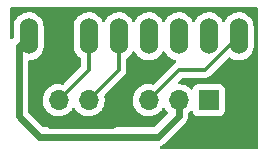
<source format=gbr>
%TF.GenerationSoftware,KiCad,Pcbnew,6.0.1-79c1e3a40b~116~ubuntu20.04.1*%
%TF.CreationDate,2022-02-02T00:48:05+05:30*%
%TF.ProjectId,mpu,6d70752e-6b69-4636-9164-5f7063625858,rev?*%
%TF.SameCoordinates,Original*%
%TF.FileFunction,Copper,L2,Bot*%
%TF.FilePolarity,Positive*%
%FSLAX46Y46*%
G04 Gerber Fmt 4.6, Leading zero omitted, Abs format (unit mm)*
G04 Created by KiCad (PCBNEW 6.0.1-79c1e3a40b~116~ubuntu20.04.1) date 2022-02-02 00:48:05*
%MOMM*%
%LPD*%
G01*
G04 APERTURE LIST*
%TA.AperFunction,ComponentPad*%
%ADD10O,1.524000X3.048000*%
%TD*%
%TA.AperFunction,ComponentPad*%
%ADD11R,1.700000X1.700000*%
%TD*%
%TA.AperFunction,ComponentPad*%
%ADD12O,1.700000X1.700000*%
%TD*%
%TA.AperFunction,Conductor*%
%ADD13C,0.300000*%
%TD*%
%TA.AperFunction,Conductor*%
%ADD14C,0.600000*%
%TD*%
G04 APERTURE END LIST*
D10*
%TO.P,J2,1,Pin_1*%
%TO.N,Board_0-/3V3*%
X50220000Y-54251968D03*
%TO.P,J2,2,Pin_2*%
%TO.N,Board_0-/GND*%
X52760000Y-54251968D03*
%TO.P,J2,3,Pin_3*%
%TO.N,Board_0-/SCL*%
X55300000Y-54251968D03*
%TO.P,J2,4,Pin_4*%
%TO.N,Board_0-/SDA*%
X57840000Y-54251968D03*
%TO.P,J2,5,Pin_5*%
%TO.N,Board_0-unconnected-(J2-Pad5)*%
X60380000Y-54251968D03*
%TO.P,J2,6,Pin_6*%
%TO.N,Board_0-unconnected-(J2-Pad6)*%
X62920000Y-54251968D03*
%TO.P,J2,7,Pin_7*%
%TO.N,Board_0-unconnected-(J2-Pad7)*%
X65460000Y-54251968D03*
%TO.P,J2,8,Pin_8*%
%TO.N,Board_0-/INT*%
X68000000Y-54251968D03*
%TD*%
D11*
%TO.P,J1,1,Pin_1*%
%TO.N,Board_0-unconnected-(J1-Pad1)*%
X65460000Y-59660000D03*
D12*
%TO.P,J1,2,Pin_2*%
%TO.N,Board_0-/3V3*%
X62920000Y-59660000D03*
%TO.P,J1,3,Pin_3*%
%TO.N,Board_0-/INT*%
X60380000Y-59660000D03*
%TO.P,J1,4,Pin_4*%
%TO.N,Board_0-/GND*%
X57840000Y-59660000D03*
%TO.P,J1,5,Pin_5*%
%TO.N,Board_0-/SDA*%
X55300000Y-59660000D03*
%TO.P,J1,6,Pin_6*%
%TO.N,Board_0-/SCL*%
X52760000Y-59660000D03*
%TD*%
D13*
%TO.N,Board_0-/SDA*%
X57840000Y-57120000D02*
X55300000Y-59660000D01*
X57840000Y-54251968D02*
X57840000Y-57120000D01*
%TO.N,Board_0-/SCL*%
X55300000Y-54251968D02*
X55300000Y-57120000D01*
X55300000Y-57120000D02*
X52760000Y-59660000D01*
%TO.N,Board_0-/INT*%
X65160000Y-57091968D02*
X62948032Y-57091968D01*
X68000000Y-54251968D02*
X65160000Y-57091968D01*
X62948032Y-57091968D02*
X60380000Y-59660000D01*
D14*
%TO.N,Board_0-/GND*%
X50760000Y-57731968D02*
X50760000Y-60491968D01*
X57840000Y-61231968D02*
X57840000Y-59660000D01*
X50760000Y-60491968D02*
X52030000Y-61761968D01*
X52760000Y-55731968D02*
X50760000Y-57731968D01*
X57310000Y-61761968D02*
X57840000Y-61231968D01*
X52030000Y-61761968D02*
X57310000Y-61761968D01*
X52760000Y-54251968D02*
X52760000Y-55731968D01*
%TO.N,Board_0-/3V3*%
X49380000Y-61011968D02*
X51130000Y-62761968D01*
X61140000Y-62761968D02*
X62920000Y-60981968D01*
X50220000Y-54251968D02*
X49380000Y-55091968D01*
X51130000Y-62761968D02*
X61140000Y-62761968D01*
X62920000Y-60981968D02*
X62920000Y-59660000D01*
X49380000Y-55091968D02*
X49380000Y-61011968D01*
%TD*%
%TA.AperFunction,Conductor*%
%TO.N,Board_0-/GND*%
G36*
X59128948Y-51778983D02*
G01*
X69488139Y-51778995D01*
X69556260Y-51798997D01*
X69602753Y-51852653D01*
X69614139Y-51904915D01*
X69621525Y-63532774D01*
X69621597Y-63646889D01*
X69601638Y-63715022D01*
X69548012Y-63761549D01*
X69495597Y-63772969D01*
X61453430Y-63772969D01*
X61385309Y-63752967D01*
X61338816Y-63699311D01*
X61328712Y-63629037D01*
X61358206Y-63564457D01*
X61400178Y-63532776D01*
X61438813Y-63514760D01*
X61450589Y-63509978D01*
X61491552Y-63495713D01*
X61497527Y-63491979D01*
X61497530Y-63491978D01*
X61519995Y-63477941D01*
X61533512Y-63470602D01*
X61557514Y-63459409D01*
X61557515Y-63459408D01*
X61563902Y-63456430D01*
X61598153Y-63429862D01*
X61608612Y-63422566D01*
X61639404Y-63403326D01*
X61639407Y-63403324D01*
X61645376Y-63399594D01*
X61674179Y-63370992D01*
X61674804Y-63370407D01*
X61675470Y-63369890D01*
X61701460Y-63343900D01*
X61774082Y-63271783D01*
X61774740Y-63270746D01*
X61775843Y-63269517D01*
X63485158Y-61560202D01*
X63486095Y-61559274D01*
X63545475Y-61501125D01*
X63545476Y-61501124D01*
X63550507Y-61496197D01*
X63573998Y-61459747D01*
X63581417Y-61449422D01*
X63608476Y-61415525D01*
X63623073Y-61385330D01*
X63630602Y-61371913D01*
X63644948Y-61349652D01*
X63648765Y-61343730D01*
X63651173Y-61337113D01*
X63651176Y-61337108D01*
X63663592Y-61302995D01*
X63668553Y-61291252D01*
X63684354Y-61258565D01*
X63684356Y-61258560D01*
X63687421Y-61252219D01*
X63694965Y-61219540D01*
X63699332Y-61204799D01*
X63710803Y-61173283D01*
X63711686Y-61166293D01*
X63711688Y-61166285D01*
X63716238Y-61130267D01*
X63718474Y-61117715D01*
X63726638Y-61082354D01*
X63726638Y-61082351D01*
X63728224Y-61075483D01*
X63728366Y-61034912D01*
X63728395Y-61034030D01*
X63728500Y-61033199D01*
X63728500Y-60996396D01*
X63728644Y-60955229D01*
X63728845Y-60897625D01*
X63728845Y-60897620D01*
X63728857Y-60894098D01*
X63728589Y-60892898D01*
X63728500Y-60891261D01*
X63728500Y-60816968D01*
X63748502Y-60748847D01*
X63781331Y-60714390D01*
X63795654Y-60704174D01*
X63795661Y-60704168D01*
X63799860Y-60701173D01*
X63908091Y-60593319D01*
X63970462Y-60559404D01*
X64041268Y-60564592D01*
X64098030Y-60607238D01*
X64115012Y-60638341D01*
X64129533Y-60677076D01*
X64159385Y-60756705D01*
X64246739Y-60873261D01*
X64363295Y-60960615D01*
X64499684Y-61011745D01*
X64561866Y-61018500D01*
X66358134Y-61018500D01*
X66420316Y-61011745D01*
X66556705Y-60960615D01*
X66673261Y-60873261D01*
X66760615Y-60756705D01*
X66811745Y-60620316D01*
X66818500Y-60558134D01*
X66818500Y-58761866D01*
X66811745Y-58699684D01*
X66760615Y-58563295D01*
X66673261Y-58446739D01*
X66556705Y-58359385D01*
X66420316Y-58308255D01*
X66358134Y-58301500D01*
X64561866Y-58301500D01*
X64499684Y-58308255D01*
X64363295Y-58359385D01*
X64246739Y-58446739D01*
X64159385Y-58563295D01*
X64156233Y-58571703D01*
X64114919Y-58681907D01*
X64072277Y-58738671D01*
X64005716Y-58763371D01*
X63936367Y-58748163D01*
X63903743Y-58722476D01*
X63853151Y-58666875D01*
X63853142Y-58666866D01*
X63849670Y-58663051D01*
X63845619Y-58659852D01*
X63845615Y-58659848D01*
X63678414Y-58527800D01*
X63678410Y-58527798D01*
X63674359Y-58524598D01*
X63478789Y-58416638D01*
X63473920Y-58414914D01*
X63473916Y-58414912D01*
X63273087Y-58343795D01*
X63273083Y-58343794D01*
X63268212Y-58342069D01*
X63263119Y-58341162D01*
X63263116Y-58341161D01*
X63053373Y-58303800D01*
X63053367Y-58303799D01*
X63048284Y-58302894D01*
X63026183Y-58302624D01*
X62971940Y-58301961D01*
X62904069Y-58281128D01*
X62858235Y-58226908D01*
X62848991Y-58156516D01*
X62879271Y-58092300D01*
X62884385Y-58086875D01*
X63183887Y-57787373D01*
X63246199Y-57753347D01*
X63272982Y-57750468D01*
X65077944Y-57750468D01*
X65089800Y-57751027D01*
X65089803Y-57751027D01*
X65097537Y-57752756D01*
X65168369Y-57750530D01*
X65172327Y-57750468D01*
X65201432Y-57750468D01*
X65205832Y-57749912D01*
X65217664Y-57748980D01*
X65263831Y-57747530D01*
X65284421Y-57741548D01*
X65303782Y-57737538D01*
X65310770Y-57736656D01*
X65317204Y-57735843D01*
X65317205Y-57735843D01*
X65325064Y-57734850D01*
X65332429Y-57731934D01*
X65332433Y-57731933D01*
X65368021Y-57717842D01*
X65379231Y-57714003D01*
X65423600Y-57701113D01*
X65442065Y-57690193D01*
X65459805Y-57681502D01*
X65479756Y-57673603D01*
X65517129Y-57646450D01*
X65527048Y-57639935D01*
X65559977Y-57620461D01*
X65559981Y-57620458D01*
X65566807Y-57616421D01*
X65581971Y-57601257D01*
X65597005Y-57588416D01*
X65607943Y-57580469D01*
X65614357Y-57575809D01*
X65643803Y-57540215D01*
X65651792Y-57531436D01*
X67112352Y-56070876D01*
X67174664Y-56036850D01*
X67245479Y-56041915D01*
X67271722Y-56055389D01*
X67367024Y-56119428D01*
X67385458Y-56131815D01*
X67390590Y-56134068D01*
X67390594Y-56134070D01*
X67471110Y-56169414D01*
X67593124Y-56222975D01*
X67598582Y-56224285D01*
X67598581Y-56224285D01*
X67808192Y-56274608D01*
X67808198Y-56274609D01*
X67813651Y-56275918D01*
X67926860Y-56282446D01*
X68034463Y-56288651D01*
X68034466Y-56288651D01*
X68040069Y-56288974D01*
X68265219Y-56261727D01*
X68270581Y-56260077D01*
X68270583Y-56260077D01*
X68398522Y-56220718D01*
X68481987Y-56195041D01*
X68582753Y-56143032D01*
X68678536Y-56093594D01*
X68678537Y-56093594D01*
X68683519Y-56091022D01*
X68863447Y-55952959D01*
X69016081Y-55785216D01*
X69092547Y-55663319D01*
X69133616Y-55597850D01*
X69133618Y-55597846D01*
X69136599Y-55593094D01*
X69221190Y-55382667D01*
X69267181Y-55160586D01*
X69270500Y-55103024D01*
X69270500Y-53432433D01*
X69255474Y-53264073D01*
X69195630Y-53045317D01*
X69181602Y-53015905D01*
X69100410Y-52845684D01*
X69100409Y-52845683D01*
X69097993Y-52840617D01*
X68965649Y-52656442D01*
X68890290Y-52583414D01*
X68806811Y-52502516D01*
X68806808Y-52502514D01*
X68802783Y-52498613D01*
X68675249Y-52412914D01*
X68619195Y-52375247D01*
X68619190Y-52375244D01*
X68614542Y-52372121D01*
X68609410Y-52369868D01*
X68609406Y-52369866D01*
X68466754Y-52307246D01*
X68406876Y-52280961D01*
X68373122Y-52272858D01*
X68191808Y-52229328D01*
X68191802Y-52229327D01*
X68186349Y-52228018D01*
X68073140Y-52221490D01*
X67965537Y-52215285D01*
X67965534Y-52215285D01*
X67959931Y-52214962D01*
X67734781Y-52242209D01*
X67729419Y-52243859D01*
X67729417Y-52243859D01*
X67645583Y-52269650D01*
X67518013Y-52308895D01*
X67513029Y-52311467D01*
X67513030Y-52311467D01*
X67399885Y-52369866D01*
X67316481Y-52412914D01*
X67136553Y-52550977D01*
X66983919Y-52718720D01*
X66980938Y-52723471D01*
X66980938Y-52723472D01*
X66904275Y-52845684D01*
X66863401Y-52910842D01*
X66861307Y-52916052D01*
X66846103Y-52953873D01*
X66802136Y-53009617D01*
X66735011Y-53032742D01*
X66666040Y-53015905D01*
X66615470Y-52961120D01*
X66560410Y-52845684D01*
X66560409Y-52845683D01*
X66557993Y-52840617D01*
X66425649Y-52656442D01*
X66350290Y-52583414D01*
X66266811Y-52502516D01*
X66266808Y-52502514D01*
X66262783Y-52498613D01*
X66135249Y-52412914D01*
X66079195Y-52375247D01*
X66079190Y-52375244D01*
X66074542Y-52372121D01*
X66069410Y-52369868D01*
X66069406Y-52369866D01*
X65926754Y-52307246D01*
X65866876Y-52280961D01*
X65833122Y-52272858D01*
X65651808Y-52229328D01*
X65651802Y-52229327D01*
X65646349Y-52228018D01*
X65533140Y-52221490D01*
X65425537Y-52215285D01*
X65425534Y-52215285D01*
X65419931Y-52214962D01*
X65194781Y-52242209D01*
X65189419Y-52243859D01*
X65189417Y-52243859D01*
X65105583Y-52269650D01*
X64978013Y-52308895D01*
X64973029Y-52311467D01*
X64973030Y-52311467D01*
X64859885Y-52369866D01*
X64776481Y-52412914D01*
X64596553Y-52550977D01*
X64443919Y-52718720D01*
X64440938Y-52723471D01*
X64440938Y-52723472D01*
X64364275Y-52845684D01*
X64323401Y-52910842D01*
X64321307Y-52916052D01*
X64306103Y-52953873D01*
X64262136Y-53009617D01*
X64195011Y-53032742D01*
X64126040Y-53015905D01*
X64075470Y-52961120D01*
X64020410Y-52845684D01*
X64020409Y-52845683D01*
X64017993Y-52840617D01*
X63885649Y-52656442D01*
X63810290Y-52583414D01*
X63726811Y-52502516D01*
X63726808Y-52502514D01*
X63722783Y-52498613D01*
X63595249Y-52412914D01*
X63539195Y-52375247D01*
X63539190Y-52375244D01*
X63534542Y-52372121D01*
X63529410Y-52369868D01*
X63529406Y-52369866D01*
X63386754Y-52307246D01*
X63326876Y-52280961D01*
X63293122Y-52272858D01*
X63111808Y-52229328D01*
X63111802Y-52229327D01*
X63106349Y-52228018D01*
X62993140Y-52221490D01*
X62885537Y-52215285D01*
X62885534Y-52215285D01*
X62879931Y-52214962D01*
X62654781Y-52242209D01*
X62649419Y-52243859D01*
X62649417Y-52243859D01*
X62565583Y-52269650D01*
X62438013Y-52308895D01*
X62433029Y-52311467D01*
X62433030Y-52311467D01*
X62319885Y-52369866D01*
X62236481Y-52412914D01*
X62056553Y-52550977D01*
X61903919Y-52718720D01*
X61900938Y-52723471D01*
X61900938Y-52723472D01*
X61824275Y-52845684D01*
X61783401Y-52910842D01*
X61781307Y-52916052D01*
X61766103Y-52953873D01*
X61722136Y-53009617D01*
X61655011Y-53032742D01*
X61586040Y-53015905D01*
X61535470Y-52961120D01*
X61480410Y-52845684D01*
X61480409Y-52845683D01*
X61477993Y-52840617D01*
X61345649Y-52656442D01*
X61270290Y-52583414D01*
X61186811Y-52502516D01*
X61186808Y-52502514D01*
X61182783Y-52498613D01*
X61055249Y-52412914D01*
X60999195Y-52375247D01*
X60999190Y-52375244D01*
X60994542Y-52372121D01*
X60989410Y-52369868D01*
X60989406Y-52369866D01*
X60846754Y-52307246D01*
X60786876Y-52280961D01*
X60753122Y-52272858D01*
X60571808Y-52229328D01*
X60571802Y-52229327D01*
X60566349Y-52228018D01*
X60453140Y-52221490D01*
X60345537Y-52215285D01*
X60345534Y-52215285D01*
X60339931Y-52214962D01*
X60114781Y-52242209D01*
X60109419Y-52243859D01*
X60109417Y-52243859D01*
X60025583Y-52269650D01*
X59898013Y-52308895D01*
X59893029Y-52311467D01*
X59893030Y-52311467D01*
X59779885Y-52369866D01*
X59696481Y-52412914D01*
X59516553Y-52550977D01*
X59363919Y-52718720D01*
X59360938Y-52723471D01*
X59360938Y-52723472D01*
X59284275Y-52845684D01*
X59243401Y-52910842D01*
X59241307Y-52916052D01*
X59226103Y-52953873D01*
X59182136Y-53009617D01*
X59115011Y-53032742D01*
X59046040Y-53015905D01*
X58995470Y-52961120D01*
X58940410Y-52845684D01*
X58940409Y-52845683D01*
X58937993Y-52840617D01*
X58805649Y-52656442D01*
X58730290Y-52583414D01*
X58646811Y-52502516D01*
X58646808Y-52502514D01*
X58642783Y-52498613D01*
X58515249Y-52412914D01*
X58459195Y-52375247D01*
X58459190Y-52375244D01*
X58454542Y-52372121D01*
X58449410Y-52369868D01*
X58449406Y-52369866D01*
X58306754Y-52307246D01*
X58246876Y-52280961D01*
X58213122Y-52272858D01*
X58031808Y-52229328D01*
X58031802Y-52229327D01*
X58026349Y-52228018D01*
X57913140Y-52221490D01*
X57805537Y-52215285D01*
X57805534Y-52215285D01*
X57799931Y-52214962D01*
X57574781Y-52242209D01*
X57569419Y-52243859D01*
X57569417Y-52243859D01*
X57485583Y-52269650D01*
X57358013Y-52308895D01*
X57353029Y-52311467D01*
X57353030Y-52311467D01*
X57239885Y-52369866D01*
X57156481Y-52412914D01*
X56976553Y-52550977D01*
X56823919Y-52718720D01*
X56820938Y-52723471D01*
X56820938Y-52723472D01*
X56744275Y-52845684D01*
X56703401Y-52910842D01*
X56701307Y-52916052D01*
X56686103Y-52953873D01*
X56642136Y-53009617D01*
X56575011Y-53032742D01*
X56506040Y-53015905D01*
X56455470Y-52961120D01*
X56400410Y-52845684D01*
X56400409Y-52845683D01*
X56397993Y-52840617D01*
X56265649Y-52656442D01*
X56190290Y-52583414D01*
X56106811Y-52502516D01*
X56106808Y-52502514D01*
X56102783Y-52498613D01*
X55975249Y-52412914D01*
X55919195Y-52375247D01*
X55919190Y-52375244D01*
X55914542Y-52372121D01*
X55909410Y-52369868D01*
X55909406Y-52369866D01*
X55766754Y-52307246D01*
X55706876Y-52280961D01*
X55673122Y-52272858D01*
X55491808Y-52229328D01*
X55491802Y-52229327D01*
X55486349Y-52228018D01*
X55373140Y-52221490D01*
X55265537Y-52215285D01*
X55265534Y-52215285D01*
X55259931Y-52214962D01*
X55034781Y-52242209D01*
X55029419Y-52243859D01*
X55029417Y-52243859D01*
X54945583Y-52269650D01*
X54818013Y-52308895D01*
X54813029Y-52311467D01*
X54813030Y-52311467D01*
X54699885Y-52369866D01*
X54616481Y-52412914D01*
X54436553Y-52550977D01*
X54283919Y-52718720D01*
X54280938Y-52723471D01*
X54280938Y-52723472D01*
X54204275Y-52845684D01*
X54163401Y-52910842D01*
X54078810Y-53121269D01*
X54032819Y-53343350D01*
X54029500Y-53400912D01*
X54029500Y-55071503D01*
X54044526Y-55239863D01*
X54104370Y-55458619D01*
X54106782Y-55463677D01*
X54106784Y-55463681D01*
X54166026Y-55587884D01*
X54202007Y-55663319D01*
X54334351Y-55847494D01*
X54338381Y-55851399D01*
X54487410Y-55995819D01*
X54497217Y-56005323D01*
X54551672Y-56041915D01*
X54585776Y-56064832D01*
X54631161Y-56119428D01*
X54641500Y-56169414D01*
X54641500Y-56795051D01*
X54621498Y-56863172D01*
X54604595Y-56884146D01*
X53187336Y-58301405D01*
X53125024Y-58335431D01*
X53076145Y-58336357D01*
X52893373Y-58303800D01*
X52893367Y-58303799D01*
X52888284Y-58302894D01*
X52814452Y-58301992D01*
X52670081Y-58300228D01*
X52670079Y-58300228D01*
X52664911Y-58300165D01*
X52444091Y-58333955D01*
X52231756Y-58403357D01*
X52033607Y-58506507D01*
X52029474Y-58509610D01*
X52029471Y-58509612D01*
X51859100Y-58637530D01*
X51854965Y-58640635D01*
X51815525Y-58681907D01*
X51761280Y-58738671D01*
X51700629Y-58802138D01*
X51574743Y-58986680D01*
X51480688Y-59189305D01*
X51420989Y-59404570D01*
X51397251Y-59626695D01*
X51397548Y-59631848D01*
X51397548Y-59631851D01*
X51403011Y-59726590D01*
X51410110Y-59849715D01*
X51411247Y-59854761D01*
X51411248Y-59854767D01*
X51431119Y-59942939D01*
X51459222Y-60067639D01*
X51543266Y-60274616D01*
X51580685Y-60335678D01*
X51657291Y-60460688D01*
X51659987Y-60465088D01*
X51806250Y-60633938D01*
X51978126Y-60776632D01*
X52171000Y-60889338D01*
X52175825Y-60891180D01*
X52175826Y-60891181D01*
X52179283Y-60892501D01*
X52379692Y-60969030D01*
X52384760Y-60970061D01*
X52384763Y-60970062D01*
X52492017Y-60991883D01*
X52598597Y-61013567D01*
X52603772Y-61013757D01*
X52603774Y-61013757D01*
X52816673Y-61021564D01*
X52816677Y-61021564D01*
X52821837Y-61021753D01*
X52826957Y-61021097D01*
X52826959Y-61021097D01*
X53038288Y-60994025D01*
X53038289Y-60994025D01*
X53043416Y-60993368D01*
X53048366Y-60991883D01*
X53252429Y-60930661D01*
X53252434Y-60930659D01*
X53257384Y-60929174D01*
X53457994Y-60830896D01*
X53639860Y-60701173D01*
X53664042Y-60677076D01*
X53734124Y-60607238D01*
X53798096Y-60543489D01*
X53857594Y-60460689D01*
X53928453Y-60362077D01*
X53929776Y-60363028D01*
X53976645Y-60319857D01*
X54046580Y-60307625D01*
X54112026Y-60335144D01*
X54139875Y-60366994D01*
X54199987Y-60465088D01*
X54346250Y-60633938D01*
X54518126Y-60776632D01*
X54711000Y-60889338D01*
X54715825Y-60891180D01*
X54715826Y-60891181D01*
X54719283Y-60892501D01*
X54919692Y-60969030D01*
X54924760Y-60970061D01*
X54924763Y-60970062D01*
X55032017Y-60991883D01*
X55138597Y-61013567D01*
X55143772Y-61013757D01*
X55143774Y-61013757D01*
X55356673Y-61021564D01*
X55356677Y-61021564D01*
X55361837Y-61021753D01*
X55366957Y-61021097D01*
X55366959Y-61021097D01*
X55578288Y-60994025D01*
X55578289Y-60994025D01*
X55583416Y-60993368D01*
X55588366Y-60991883D01*
X55792429Y-60930661D01*
X55792434Y-60930659D01*
X55797384Y-60929174D01*
X55997994Y-60830896D01*
X56179860Y-60701173D01*
X56204042Y-60677076D01*
X56274124Y-60607238D01*
X56338096Y-60543489D01*
X56397594Y-60460689D01*
X56465435Y-60366277D01*
X56468453Y-60362077D01*
X56489320Y-60319857D01*
X56565136Y-60166453D01*
X56565137Y-60166451D01*
X56567430Y-60161811D01*
X56632370Y-59948069D01*
X56661529Y-59726590D01*
X56663156Y-59660000D01*
X56644852Y-59437361D01*
X56623919Y-59354022D01*
X56626723Y-59283081D01*
X56657028Y-59234232D01*
X58247600Y-57643659D01*
X58256381Y-57635669D01*
X58256390Y-57635661D01*
X58263080Y-57631416D01*
X58311621Y-57579725D01*
X58314375Y-57576884D01*
X58334926Y-57556333D01*
X58337638Y-57552837D01*
X58345349Y-57543808D01*
X58371544Y-57515913D01*
X58376972Y-57510133D01*
X58387301Y-57491345D01*
X58398158Y-57474816D01*
X58406447Y-57464131D01*
X58406448Y-57464129D01*
X58411304Y-57457869D01*
X58429657Y-57415456D01*
X58434868Y-57404819D01*
X58457124Y-57364337D01*
X58462457Y-57343566D01*
X58468859Y-57324864D01*
X58477379Y-57305177D01*
X58484605Y-57259552D01*
X58487013Y-57247926D01*
X58496529Y-57210865D01*
X58496529Y-57210864D01*
X58498500Y-57203188D01*
X58498500Y-57181742D01*
X58500051Y-57162031D01*
X58502166Y-57148678D01*
X58503406Y-57140849D01*
X58499059Y-57094864D01*
X58498500Y-57083006D01*
X58498500Y-56172357D01*
X58518502Y-56104236D01*
X58547796Y-56072394D01*
X58631129Y-56008450D01*
X58703447Y-55952959D01*
X58856081Y-55785216D01*
X58932547Y-55663319D01*
X58973616Y-55597850D01*
X58973618Y-55597846D01*
X58976599Y-55593094D01*
X58993898Y-55550062D01*
X59037864Y-55494319D01*
X59104989Y-55471194D01*
X59173960Y-55488031D01*
X59224530Y-55542816D01*
X59282007Y-55663319D01*
X59414351Y-55847494D01*
X59418381Y-55851399D01*
X59567410Y-55995819D01*
X59577217Y-56005323D01*
X59631672Y-56041915D01*
X59760805Y-56128689D01*
X59760810Y-56128692D01*
X59765458Y-56131815D01*
X59770590Y-56134068D01*
X59770594Y-56134070D01*
X59851110Y-56169414D01*
X59973124Y-56222975D01*
X59978582Y-56224285D01*
X59978581Y-56224285D01*
X60188192Y-56274608D01*
X60188198Y-56274609D01*
X60193651Y-56275918D01*
X60306860Y-56282446D01*
X60414463Y-56288651D01*
X60414466Y-56288651D01*
X60420069Y-56288974D01*
X60645219Y-56261727D01*
X60650581Y-56260077D01*
X60650583Y-56260077D01*
X60778522Y-56220718D01*
X60861987Y-56195041D01*
X60962753Y-56143032D01*
X61058536Y-56093594D01*
X61058537Y-56093594D01*
X61063519Y-56091022D01*
X61243447Y-55952959D01*
X61396081Y-55785216D01*
X61472547Y-55663319D01*
X61513616Y-55597850D01*
X61513618Y-55597846D01*
X61516599Y-55593094D01*
X61533898Y-55550062D01*
X61577864Y-55494319D01*
X61644989Y-55471194D01*
X61713960Y-55488031D01*
X61764530Y-55542816D01*
X61822007Y-55663319D01*
X61954351Y-55847494D01*
X61958381Y-55851399D01*
X62107410Y-55995819D01*
X62117217Y-56005323D01*
X62171672Y-56041915D01*
X62300805Y-56128689D01*
X62300810Y-56128692D01*
X62305458Y-56131815D01*
X62310590Y-56134068D01*
X62310594Y-56134070D01*
X62391110Y-56169414D01*
X62513124Y-56222975D01*
X62518582Y-56224285D01*
X62518581Y-56224285D01*
X62644999Y-56254635D01*
X62706568Y-56289987D01*
X62739251Y-56353014D01*
X62732671Y-56423705D01*
X62688917Y-56479616D01*
X62679725Y-56485607D01*
X62665973Y-56493740D01*
X62648227Y-56502434D01*
X62628276Y-56510333D01*
X62590906Y-56537484D01*
X62580984Y-56544001D01*
X62548055Y-56563475D01*
X62548051Y-56563478D01*
X62541225Y-56567515D01*
X62526061Y-56582679D01*
X62511028Y-56595519D01*
X62493675Y-56608127D01*
X62464230Y-56643720D01*
X62456240Y-56652500D01*
X60807335Y-58301405D01*
X60745023Y-58335431D01*
X60696145Y-58336357D01*
X60648971Y-58327954D01*
X60513373Y-58303800D01*
X60513367Y-58303799D01*
X60508284Y-58302894D01*
X60434452Y-58301992D01*
X60290081Y-58300228D01*
X60290079Y-58300228D01*
X60284911Y-58300165D01*
X60064091Y-58333955D01*
X59851756Y-58403357D01*
X59653607Y-58506507D01*
X59649474Y-58509610D01*
X59649471Y-58509612D01*
X59479100Y-58637530D01*
X59474965Y-58640635D01*
X59435525Y-58681907D01*
X59381280Y-58738671D01*
X59320629Y-58802138D01*
X59194743Y-58986680D01*
X59100688Y-59189305D01*
X59040989Y-59404570D01*
X59017251Y-59626695D01*
X59017548Y-59631848D01*
X59017548Y-59631851D01*
X59023011Y-59726590D01*
X59030110Y-59849715D01*
X59031247Y-59854761D01*
X59031248Y-59854767D01*
X59051119Y-59942939D01*
X59079222Y-60067639D01*
X59163266Y-60274616D01*
X59200685Y-60335678D01*
X59277291Y-60460688D01*
X59279987Y-60465088D01*
X59426250Y-60633938D01*
X59598126Y-60776632D01*
X59791000Y-60889338D01*
X59795825Y-60891180D01*
X59795826Y-60891181D01*
X59799283Y-60892501D01*
X59999692Y-60969030D01*
X60004760Y-60970061D01*
X60004763Y-60970062D01*
X60112017Y-60991883D01*
X60218597Y-61013567D01*
X60223772Y-61013757D01*
X60223774Y-61013757D01*
X60436673Y-61021564D01*
X60436677Y-61021564D01*
X60441837Y-61021753D01*
X60446957Y-61021097D01*
X60446959Y-61021097D01*
X60658288Y-60994025D01*
X60658289Y-60994025D01*
X60663416Y-60993368D01*
X60668366Y-60991883D01*
X60872429Y-60930661D01*
X60872434Y-60930659D01*
X60877384Y-60929174D01*
X61077994Y-60830896D01*
X61259860Y-60701173D01*
X61284042Y-60677076D01*
X61354124Y-60607238D01*
X61418096Y-60543489D01*
X61477594Y-60460689D01*
X61548453Y-60362077D01*
X61549776Y-60363028D01*
X61596645Y-60319857D01*
X61666580Y-60307625D01*
X61732026Y-60335144D01*
X61759875Y-60366994D01*
X61819987Y-60465088D01*
X61962973Y-60630155D01*
X61992455Y-60694739D01*
X61982341Y-60765011D01*
X61956830Y-60801746D01*
X60842013Y-61916563D01*
X60779701Y-61950589D01*
X60752918Y-61953468D01*
X51517082Y-61953468D01*
X51448961Y-61933466D01*
X51427987Y-61916563D01*
X50225405Y-60713981D01*
X50191379Y-60651669D01*
X50188500Y-60624886D01*
X50188500Y-56409306D01*
X50208502Y-56341185D01*
X50262158Y-56294692D01*
X50299362Y-56284219D01*
X50340066Y-56279293D01*
X50485219Y-56261727D01*
X50490581Y-56260077D01*
X50490583Y-56260077D01*
X50618522Y-56220718D01*
X50701987Y-56195041D01*
X50802753Y-56143032D01*
X50898536Y-56093594D01*
X50898537Y-56093594D01*
X50903519Y-56091022D01*
X51083447Y-55952959D01*
X51236081Y-55785216D01*
X51312547Y-55663319D01*
X51353616Y-55597850D01*
X51353618Y-55597846D01*
X51356599Y-55593094D01*
X51441190Y-55382667D01*
X51487181Y-55160586D01*
X51490500Y-55103024D01*
X51490500Y-53432433D01*
X51475474Y-53264073D01*
X51415630Y-53045317D01*
X51401602Y-53015905D01*
X51320410Y-52845684D01*
X51320409Y-52845683D01*
X51317993Y-52840617D01*
X51185649Y-52656442D01*
X51110290Y-52583414D01*
X51026811Y-52502516D01*
X51026808Y-52502514D01*
X51022783Y-52498613D01*
X50895249Y-52412914D01*
X50839195Y-52375247D01*
X50839190Y-52375244D01*
X50834542Y-52372121D01*
X50829410Y-52369868D01*
X50829406Y-52369866D01*
X50686754Y-52307246D01*
X50626876Y-52280961D01*
X50593122Y-52272858D01*
X50411808Y-52229328D01*
X50411802Y-52229327D01*
X50406349Y-52228018D01*
X50293140Y-52221490D01*
X50185537Y-52215285D01*
X50185534Y-52215285D01*
X50179931Y-52214962D01*
X49954781Y-52242209D01*
X49949419Y-52243859D01*
X49949417Y-52243859D01*
X49865583Y-52269650D01*
X49738013Y-52308895D01*
X49733029Y-52311467D01*
X49733030Y-52311467D01*
X49619885Y-52369866D01*
X49536481Y-52412914D01*
X49356553Y-52550977D01*
X49203919Y-52718720D01*
X49200938Y-52723471D01*
X49200938Y-52723472D01*
X49124275Y-52845684D01*
X49083401Y-52910842D01*
X48998810Y-53121269D01*
X48952819Y-53343350D01*
X48949500Y-53400912D01*
X48949500Y-54326886D01*
X48929498Y-54395007D01*
X48912595Y-54415981D01*
X48852141Y-54476435D01*
X48789829Y-54510461D01*
X48719014Y-54505396D01*
X48662178Y-54462849D01*
X48637367Y-54396329D01*
X48637046Y-54387342D01*
X48637027Y-53040255D01*
X48637015Y-52227695D01*
X48637010Y-51904972D01*
X48657011Y-51836851D01*
X48710666Y-51790357D01*
X48763009Y-51778970D01*
X59128948Y-51778983D01*
G37*
%TD.AperFunction*%
%TD*%
M02*

</source>
